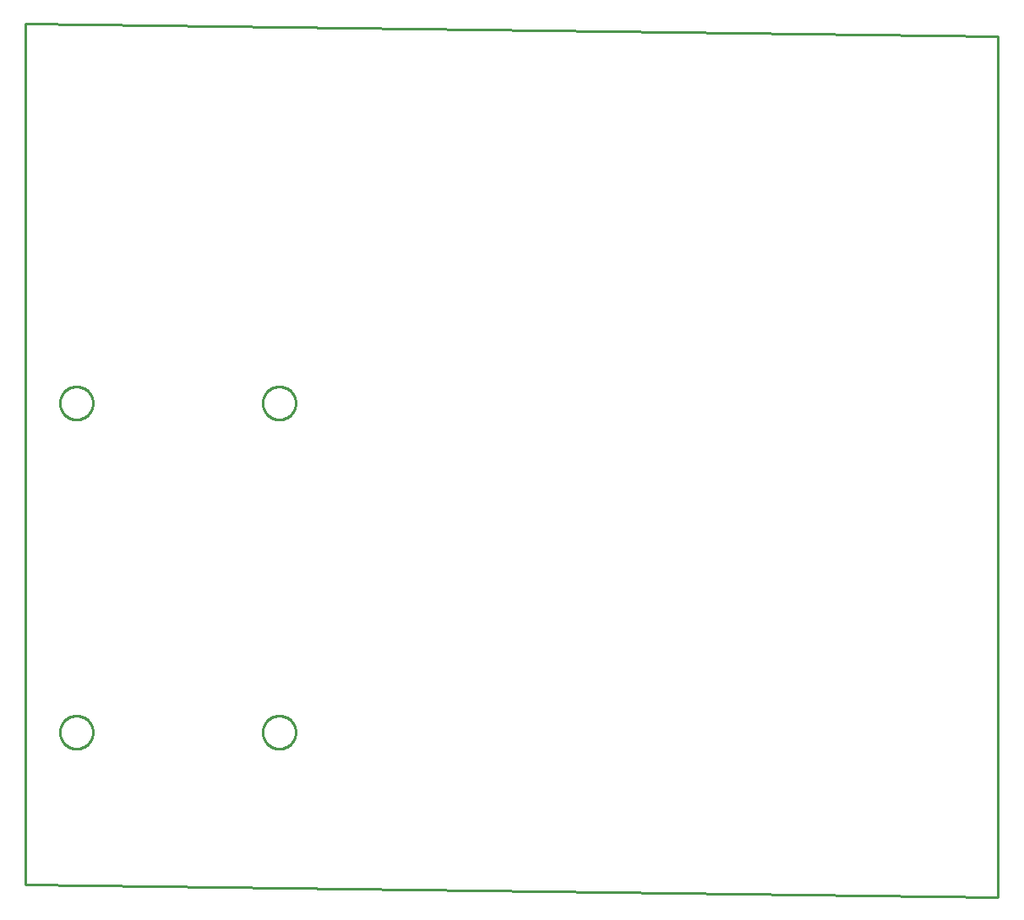
<source format=gbr>
G04 EAGLE Gerber RS-274X export*
G75*
%MOMM*%
%FSLAX34Y34*%
%LPD*%
%IN*%
%IPPOS*%
%AMOC8*
5,1,8,0,0,1.08239X$1,22.5*%
G01*
%ADD10C,0.254000*%


D10*
X-25400Y12700D02*
X949200Y0D01*
X949200Y863500D01*
X-25400Y876200D01*
X-25400Y12700D01*
X229140Y181610D02*
X230219Y181539D01*
X231291Y181398D01*
X232351Y181187D01*
X233395Y180908D01*
X234419Y180560D01*
X235417Y180146D01*
X236387Y179668D01*
X237323Y179128D01*
X238222Y178527D01*
X239079Y177869D01*
X239892Y177157D01*
X240657Y176392D01*
X241369Y175579D01*
X242027Y174722D01*
X242628Y173823D01*
X243168Y172887D01*
X243646Y171917D01*
X244060Y170919D01*
X244408Y169895D01*
X244687Y168851D01*
X244898Y167791D01*
X245039Y166719D01*
X245110Y165640D01*
X245110Y164560D01*
X245039Y163481D01*
X244898Y162409D01*
X244687Y161349D01*
X244408Y160305D01*
X244060Y159281D01*
X243646Y158283D01*
X243168Y157313D01*
X242628Y156377D01*
X242027Y155478D01*
X241369Y154621D01*
X240657Y153808D01*
X239892Y153044D01*
X239079Y152331D01*
X238222Y151673D01*
X237323Y151072D01*
X236387Y150532D01*
X235417Y150054D01*
X234419Y149640D01*
X233395Y149292D01*
X232351Y149013D01*
X231291Y148802D01*
X230219Y148661D01*
X229140Y148590D01*
X228060Y148590D01*
X226981Y148661D01*
X225909Y148802D01*
X224849Y149013D01*
X223805Y149292D01*
X222781Y149640D01*
X221783Y150054D01*
X220813Y150532D01*
X219877Y151072D01*
X218978Y151673D01*
X218121Y152331D01*
X217308Y153044D01*
X216544Y153808D01*
X215831Y154621D01*
X215173Y155478D01*
X214572Y156377D01*
X214032Y157313D01*
X213554Y158283D01*
X213140Y159281D01*
X212792Y160305D01*
X212513Y161349D01*
X212302Y162409D01*
X212161Y163481D01*
X212090Y164560D01*
X212090Y165640D01*
X212161Y166719D01*
X212302Y167791D01*
X212513Y168851D01*
X212792Y169895D01*
X213140Y170919D01*
X213554Y171917D01*
X214032Y172887D01*
X214572Y173823D01*
X215173Y174722D01*
X215831Y175579D01*
X216544Y176392D01*
X217308Y177157D01*
X218121Y177869D01*
X218978Y178527D01*
X219877Y179128D01*
X220813Y179668D01*
X221783Y180146D01*
X222781Y180560D01*
X223805Y180908D01*
X224849Y181187D01*
X225909Y181398D01*
X226981Y181539D01*
X228060Y181610D01*
X229140Y181610D01*
X25940Y181610D02*
X27019Y181539D01*
X28091Y181398D01*
X29151Y181187D01*
X30195Y180908D01*
X31219Y180560D01*
X32217Y180146D01*
X33187Y179668D01*
X34123Y179128D01*
X35022Y178527D01*
X35879Y177869D01*
X36692Y177157D01*
X37457Y176392D01*
X38169Y175579D01*
X38827Y174722D01*
X39428Y173823D01*
X39968Y172887D01*
X40446Y171917D01*
X40860Y170919D01*
X41208Y169895D01*
X41487Y168851D01*
X41698Y167791D01*
X41839Y166719D01*
X41910Y165640D01*
X41910Y164560D01*
X41839Y163481D01*
X41698Y162409D01*
X41487Y161349D01*
X41208Y160305D01*
X40860Y159281D01*
X40446Y158283D01*
X39968Y157313D01*
X39428Y156377D01*
X38827Y155478D01*
X38169Y154621D01*
X37457Y153808D01*
X36692Y153044D01*
X35879Y152331D01*
X35022Y151673D01*
X34123Y151072D01*
X33187Y150532D01*
X32217Y150054D01*
X31219Y149640D01*
X30195Y149292D01*
X29151Y149013D01*
X28091Y148802D01*
X27019Y148661D01*
X25940Y148590D01*
X24860Y148590D01*
X23781Y148661D01*
X22709Y148802D01*
X21649Y149013D01*
X20605Y149292D01*
X19581Y149640D01*
X18583Y150054D01*
X17613Y150532D01*
X16677Y151072D01*
X15778Y151673D01*
X14921Y152331D01*
X14108Y153044D01*
X13344Y153808D01*
X12631Y154621D01*
X11973Y155478D01*
X11372Y156377D01*
X10832Y157313D01*
X10354Y158283D01*
X9940Y159281D01*
X9592Y160305D01*
X9313Y161349D01*
X9102Y162409D01*
X8961Y163481D01*
X8890Y164560D01*
X8890Y165640D01*
X8961Y166719D01*
X9102Y167791D01*
X9313Y168851D01*
X9592Y169895D01*
X9940Y170919D01*
X10354Y171917D01*
X10832Y172887D01*
X11372Y173823D01*
X11973Y174722D01*
X12631Y175579D01*
X13344Y176392D01*
X14108Y177157D01*
X14921Y177869D01*
X15778Y178527D01*
X16677Y179128D01*
X17613Y179668D01*
X18583Y180146D01*
X19581Y180560D01*
X20605Y180908D01*
X21649Y181187D01*
X22709Y181398D01*
X23781Y181539D01*
X24860Y181610D01*
X25940Y181610D01*
X25940Y511810D02*
X27019Y511739D01*
X28091Y511598D01*
X29151Y511387D01*
X30195Y511108D01*
X31219Y510760D01*
X32217Y510346D01*
X33187Y509868D01*
X34123Y509328D01*
X35022Y508727D01*
X35879Y508069D01*
X36692Y507357D01*
X37457Y506592D01*
X38169Y505779D01*
X38827Y504922D01*
X39428Y504023D01*
X39968Y503087D01*
X40446Y502117D01*
X40860Y501119D01*
X41208Y500095D01*
X41487Y499051D01*
X41698Y497991D01*
X41839Y496919D01*
X41910Y495840D01*
X41910Y494760D01*
X41839Y493681D01*
X41698Y492609D01*
X41487Y491549D01*
X41208Y490505D01*
X40860Y489481D01*
X40446Y488483D01*
X39968Y487513D01*
X39428Y486577D01*
X38827Y485678D01*
X38169Y484821D01*
X37457Y484008D01*
X36692Y483244D01*
X35879Y482531D01*
X35022Y481873D01*
X34123Y481272D01*
X33187Y480732D01*
X32217Y480254D01*
X31219Y479840D01*
X30195Y479492D01*
X29151Y479213D01*
X28091Y479002D01*
X27019Y478861D01*
X25940Y478790D01*
X24860Y478790D01*
X23781Y478861D01*
X22709Y479002D01*
X21649Y479213D01*
X20605Y479492D01*
X19581Y479840D01*
X18583Y480254D01*
X17613Y480732D01*
X16677Y481272D01*
X15778Y481873D01*
X14921Y482531D01*
X14108Y483244D01*
X13344Y484008D01*
X12631Y484821D01*
X11973Y485678D01*
X11372Y486577D01*
X10832Y487513D01*
X10354Y488483D01*
X9940Y489481D01*
X9592Y490505D01*
X9313Y491549D01*
X9102Y492609D01*
X8961Y493681D01*
X8890Y494760D01*
X8890Y495840D01*
X8961Y496919D01*
X9102Y497991D01*
X9313Y499051D01*
X9592Y500095D01*
X9940Y501119D01*
X10354Y502117D01*
X10832Y503087D01*
X11372Y504023D01*
X11973Y504922D01*
X12631Y505779D01*
X13344Y506592D01*
X14108Y507357D01*
X14921Y508069D01*
X15778Y508727D01*
X16677Y509328D01*
X17613Y509868D01*
X18583Y510346D01*
X19581Y510760D01*
X20605Y511108D01*
X21649Y511387D01*
X22709Y511598D01*
X23781Y511739D01*
X24860Y511810D01*
X25940Y511810D01*
X229140Y511810D02*
X230219Y511739D01*
X231291Y511598D01*
X232351Y511387D01*
X233395Y511108D01*
X234419Y510760D01*
X235417Y510346D01*
X236387Y509868D01*
X237323Y509328D01*
X238222Y508727D01*
X239079Y508069D01*
X239892Y507357D01*
X240657Y506592D01*
X241369Y505779D01*
X242027Y504922D01*
X242628Y504023D01*
X243168Y503087D01*
X243646Y502117D01*
X244060Y501119D01*
X244408Y500095D01*
X244687Y499051D01*
X244898Y497991D01*
X245039Y496919D01*
X245110Y495840D01*
X245110Y494760D01*
X245039Y493681D01*
X244898Y492609D01*
X244687Y491549D01*
X244408Y490505D01*
X244060Y489481D01*
X243646Y488483D01*
X243168Y487513D01*
X242628Y486577D01*
X242027Y485678D01*
X241369Y484821D01*
X240657Y484008D01*
X239892Y483244D01*
X239079Y482531D01*
X238222Y481873D01*
X237323Y481272D01*
X236387Y480732D01*
X235417Y480254D01*
X234419Y479840D01*
X233395Y479492D01*
X232351Y479213D01*
X231291Y479002D01*
X230219Y478861D01*
X229140Y478790D01*
X228060Y478790D01*
X226981Y478861D01*
X225909Y479002D01*
X224849Y479213D01*
X223805Y479492D01*
X222781Y479840D01*
X221783Y480254D01*
X220813Y480732D01*
X219877Y481272D01*
X218978Y481873D01*
X218121Y482531D01*
X217308Y483244D01*
X216544Y484008D01*
X215831Y484821D01*
X215173Y485678D01*
X214572Y486577D01*
X214032Y487513D01*
X213554Y488483D01*
X213140Y489481D01*
X212792Y490505D01*
X212513Y491549D01*
X212302Y492609D01*
X212161Y493681D01*
X212090Y494760D01*
X212090Y495840D01*
X212161Y496919D01*
X212302Y497991D01*
X212513Y499051D01*
X212792Y500095D01*
X213140Y501119D01*
X213554Y502117D01*
X214032Y503087D01*
X214572Y504023D01*
X215173Y504922D01*
X215831Y505779D01*
X216544Y506592D01*
X217308Y507357D01*
X218121Y508069D01*
X218978Y508727D01*
X219877Y509328D01*
X220813Y509868D01*
X221783Y510346D01*
X222781Y510760D01*
X223805Y511108D01*
X224849Y511387D01*
X225909Y511598D01*
X226981Y511739D01*
X228060Y511810D01*
X229140Y511810D01*
M02*

</source>
